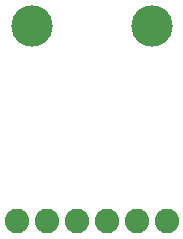
<source format=gbr>
G04 EAGLE Gerber RS-274X export*
G75*
%MOMM*%
%FSLAX34Y34*%
%LPD*%
%INSoldermask Bottom*%
%IPPOS*%
%AMOC8*
5,1,8,0,0,1.08239X$1,22.5*%
G01*
%ADD10C,2.082800*%
%ADD11C,3.505200*%


D10*
X12700Y12700D03*
X38100Y12700D03*
X63500Y12700D03*
X88900Y12700D03*
X114300Y12700D03*
X139700Y12700D03*
D11*
X25400Y177800D03*
X127000Y177800D03*
M02*

</source>
